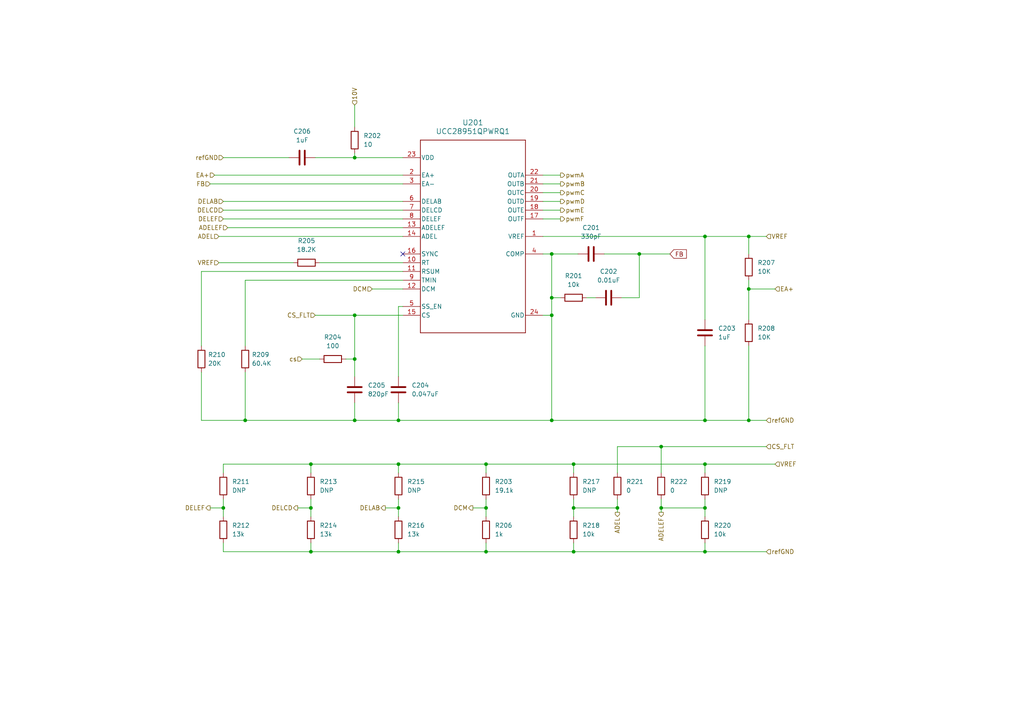
<source format=kicad_sch>
(kicad_sch (version 20231120) (generator "eeschema") (generator_version "8.0")
  (paper "A4")
  (lib_symbols
    (symbol "Device:C" (pin_numbers hide) (pin_names (offset 0.254))
      (property "Reference" "C" (at 0.635 2.54 0))
      (property "Value" "C" (at 0.635 -2.54 0))
      (symbol "C_0_1"
        (polyline (pts (xy -2.032 -0.762) (xy 2.032 -0.762)) (stroke (width 0.508)))
        (polyline (pts (xy -2.032 0.762) (xy 2.032 0.762)) (stroke (width 0.508)))
      )
      (symbol "C_1_1"
        (pin passive line (at 0 3.81 270) (length 2.794) (name "~") (number "1"))
        (pin passive line (at 0 -3.81 90) (length 2.794) (name "~") (number "2"))
      )
    )
    (symbol "Device:R" (pin_numbers hide) (pin_names (offset 0))
      (property "Reference" "R" (at 2.032 0 90))
      (property "Value" "R" (at 0 0 90))
      (symbol "R_0_1"
        (rectangle (start -1.016 -2.54) (end 1.016 2.54) (stroke (width 0.254)))
      )
      (symbol "R_1_1"
        (pin passive line (at 0 3.81 270) (length 1.27) (name "~") (number "1"))
        (pin passive line (at 0 -3.81 90) (length 1.27) (name "~") (number "2"))
      )
    )
    (symbol "UCC28951QPWRQ1:UCC28951QPWRQ1" (pin_names (offset 0.254))
      (property "Reference" "U" (at 0 2.54 0))
      (property "Value" "UCC28951QPWRQ1" (at 0 0 0))
      (symbol "UCC28951QPWRQ1_0_1"
        (polyline (pts (xy -15.24 -27.94) (xy 15.24 -27.94)) (stroke (width 0.2032)))
        (polyline (pts (xy -15.24 27.94) (xy -15.24 -27.94)) (stroke (width 0.2032)))
        (polyline (pts (xy 15.24 -27.94) (xy 15.24 27.94)) (stroke (width 0.2032)))
        (polyline (pts (xy 15.24 27.94) (xy -15.24 27.94)) (stroke (width 0.2032)))
        (pin output line (at 20.32 0 180) (length 5.08) (name "VREF") (number "1"))
        (pin input line (at -20.32 -7.62 0) (length 5.08) (name "RT") (number "10"))
        (pin input line (at -20.32 -10.16 0) (length 5.08) (name "RSUM") (number "11"))
        (pin input line (at -20.32 -15.24 0) (length 5.08) (name "DCM") (number "12"))
        (pin input line (at -20.32 2.54 0) (length 5.08) (name "ADELEF") (number "13"))
        (pin input line (at -20.32 0 0) (length 5.08) (name "ADEL") (number "14"))
        (pin input line (at -20.32 -22.86 0) (length 5.08) (name "CS") (number "15"))
        (pin bidirectional line (at -20.32 -5.08 0) (length 5.08) (name "SYNC") (number "16"))
        (pin output line (at 20.32 5.08 180) (length 5.08) (name "OUTF") (number "17"))
        (pin output line (at 20.32 7.62 180) (length 5.08) (name "OUTE") (number "18"))
        (pin output line (at 20.32 10.16 180) (length 5.08) (name "OUTD") (number "19"))
        (pin input line (at -20.32 17.78 0) (length 5.08) (name "EA+") (number "2"))
        (pin output line (at 20.32 12.7 180) (length 5.08) (name "OUTC") (number "20"))
        (pin output line (at 20.32 15.24 180) (length 5.08) (name "OUTB") (number "21"))
        (pin output line (at 20.32 17.78 180) (length 5.08) (name "OUTA") (number "22"))
        (pin power_in line (at -20.32 22.86 0) (length 5.08) (name "VDD") (number "23"))
        (pin power_in line (at 20.32 -22.86 180) (length 5.08) (name "GND") (number "24"))
        (pin input line (at -20.32 15.24 0) (length 5.08) (name "EA-") (number "3"))
        (pin bidirectional line (at 20.32 -5.08 180) (length 5.08) (name "COMP") (number "4"))
        (pin input line (at -20.32 -20.32 0) (length 5.08) (name "SS_EN") (number "5"))
        (pin input line (at -20.32 10.16 0) (length 5.08) (name "DELAB") (number "6"))
        (pin input line (at -20.32 7.62 0) (length 5.08) (name "DELCD") (number "7"))
        (pin input line (at -20.32 5.08 0) (length 5.08) (name "DELEF") (number "8"))
        (pin input line (at -20.32 -12.7 0) (length 5.08) (name "TMIN") (number "9"))
      )
    )
  )
  (junction (at 102.87 45.72))
  (junction (at 217.17 83.82))
  (junction (at 71.12 121.92))
  (junction (at 160.02 121.92))
  (junction (at 102.87 104.14))
  (junction (at 64.77 147.32))
  (junction (at 204.47 147.32))
  (junction (at 102.87 91.44))
  (junction (at 115.57 134.62))
  (junction (at 90.17 134.62))
  (junction (at 166.37 160.02))
  (junction (at 204.47 68.58))
  (junction (at 217.17 121.92))
  (junction (at 140.97 160.02))
  (junction (at 204.47 121.92))
  (junction (at 204.47 134.62))
  (junction (at 102.87 121.92))
  (junction (at 179.07 147.32))
  (junction (at 160.02 86.36))
  (junction (at 115.57 160.02))
  (junction (at 166.37 147.32))
  (junction (at 217.17 68.58))
  (junction (at 160.02 91.44))
  (junction (at 115.57 147.32))
  (junction (at 166.37 134.62))
  (junction (at 90.17 147.32))
  (junction (at 140.97 147.32))
  (junction (at 204.47 160.02))
  (junction (at 90.17 160.02))
  (junction (at 115.57 121.92))
  (junction (at 140.97 134.62))
  (junction (at 185.42 73.66))
  (junction (at 191.77 129.54))
  (junction (at 160.02 73.66))
  (junction (at 191.77 147.32))
  (no_connect (at 116.84 73.66))
  (wire (pts (xy 160.02 91.44) (xy 160.02 121.92)))
  (wire (pts (xy 102.87 30.48) (xy 102.87 36.83)))
  (wire (pts (xy 157.48 60.96) (xy 162.56 60.96)))
  (wire (pts (xy 217.17 83.82) (xy 224.79 83.82)))
  (wire (pts (xy 116.84 88.9) (xy 115.57 88.9)))
  (wire (pts (xy 137.16 147.32) (xy 140.97 147.32)))
  (wire (pts (xy 140.97 134.62) (xy 140.97 137.16)))
  (wire (pts (xy 160.02 73.66) (xy 160.02 86.36)))
  (wire (pts (xy 115.57 134.62) (xy 90.17 134.62)))
  (wire (pts (xy 191.77 147.32) (xy 204.47 147.32)))
  (wire (pts (xy 191.77 137.16) (xy 191.77 129.54)))
  (wire (pts (xy 102.87 104.14) (xy 102.87 91.44)))
  (wire (pts (xy 63.5 76.2) (xy 85.09 76.2)))
  (wire (pts (xy 140.97 134.62) (xy 115.57 134.62)))
  (wire (pts (xy 204.47 144.78) (xy 204.47 147.32)))
  (wire (pts (xy 204.47 160.02) (xy 222.25 160.02)))
  (wire (pts (xy 90.17 144.78) (xy 90.17 147.32)))
  (wire (pts (xy 91.44 45.72) (xy 102.87 45.72)))
  (wire (pts (xy 204.47 134.62) (xy 166.37 134.62)))
  (wire (pts (xy 204.47 137.16) (xy 204.47 134.62)))
  (wire (pts (xy 140.97 157.48) (xy 140.97 160.02)))
  (wire (pts (xy 157.48 50.8) (xy 162.56 50.8)))
  (wire (pts (xy 217.17 83.82) (xy 217.17 92.71)))
  (wire (pts (xy 60.96 53.34) (xy 116.84 53.34)))
  (wire (pts (xy 64.77 45.72) (xy 83.82 45.72)))
  (wire (pts (xy 111.76 147.32) (xy 115.57 147.32)))
  (wire (pts (xy 179.07 129.54) (xy 191.77 129.54)))
  (wire (pts (xy 64.77 160.02) (xy 64.77 157.48)))
  (wire (pts (xy 58.42 100.33) (xy 58.42 78.74)))
  (wire (pts (xy 140.97 160.02) (xy 115.57 160.02)))
  (wire (pts (xy 175.26 73.66) (xy 185.42 73.66)))
  (wire (pts (xy 102.87 116.84) (xy 102.87 121.92)))
  (wire (pts (xy 204.47 68.58) (xy 204.47 92.71)))
  (wire (pts (xy 160.02 91.44) (xy 157.48 91.44)))
  (wire (pts (xy 179.07 147.32) (xy 179.07 148.59)))
  (wire (pts (xy 92.71 76.2) (xy 116.84 76.2)))
  (wire (pts (xy 166.37 147.32) (xy 166.37 149.86)))
  (wire (pts (xy 204.47 121.92) (xy 217.17 121.92)))
  (wire (pts (xy 58.42 121.92) (xy 71.12 121.92)))
  (wire (pts (xy 102.87 45.72) (xy 116.84 45.72)))
  (wire (pts (xy 191.77 144.78) (xy 191.77 147.32)))
  (wire (pts (xy 204.47 147.32) (xy 204.47 149.86)))
  (wire (pts (xy 63.5 68.58) (xy 116.84 68.58)))
  (wire (pts (xy 102.87 91.44) (xy 116.84 91.44)))
  (wire (pts (xy 64.77 144.78) (xy 64.77 147.32)))
  (wire (pts (xy 157.48 63.5) (xy 162.56 63.5)))
  (wire (pts (xy 157.48 73.66) (xy 160.02 73.66)))
  (wire (pts (xy 90.17 134.62) (xy 64.77 134.62)))
  (wire (pts (xy 166.37 134.62) (xy 166.37 137.16)))
  (wire (pts (xy 86.36 147.32) (xy 90.17 147.32)))
  (wire (pts (xy 102.87 104.14) (xy 102.87 109.22)))
  (wire (pts (xy 115.57 116.84) (xy 115.57 121.92)))
  (wire (pts (xy 71.12 121.92) (xy 102.87 121.92)))
  (wire (pts (xy 166.37 134.62) (xy 140.97 134.62)))
  (wire (pts (xy 157.48 68.58) (xy 204.47 68.58)))
  (wire (pts (xy 204.47 121.92) (xy 160.02 121.92)))
  (wire (pts (xy 71.12 107.95) (xy 71.12 121.92)))
  (wire (pts (xy 185.42 73.66) (xy 194.31 73.66)))
  (wire (pts (xy 185.42 73.66) (xy 185.42 86.36)))
  (wire (pts (xy 115.57 147.32) (xy 115.57 149.86)))
  (wire (pts (xy 87.63 104.14) (xy 92.71 104.14)))
  (wire (pts (xy 160.02 86.36) (xy 160.02 91.44)))
  (wire (pts (xy 115.57 160.02) (xy 90.17 160.02)))
  (wire (pts (xy 107.95 83.82) (xy 116.84 83.82)))
  (wire (pts (xy 115.57 88.9) (xy 115.57 109.22)))
  (wire (pts (xy 58.42 78.74) (xy 116.84 78.74)))
  (wire (pts (xy 204.47 134.62) (xy 224.79 134.62)))
  (wire (pts (xy 191.77 147.32) (xy 191.77 148.59)))
  (wire (pts (xy 157.48 53.34) (xy 162.56 53.34)))
  (wire (pts (xy 166.37 160.02) (xy 140.97 160.02)))
  (wire (pts (xy 71.12 100.33) (xy 71.12 81.28)))
  (wire (pts (xy 115.57 144.78) (xy 115.57 147.32)))
  (wire (pts (xy 222.25 121.92) (xy 217.17 121.92)))
  (wire (pts (xy 160.02 73.66) (xy 167.64 73.66)))
  (wire (pts (xy 140.97 147.32) (xy 140.97 149.86)))
  (wire (pts (xy 62.23 50.8) (xy 116.84 50.8)))
  (wire (pts (xy 64.77 58.42) (xy 116.84 58.42)))
  (wire (pts (xy 90.17 160.02) (xy 64.77 160.02)))
  (wire (pts (xy 191.77 129.54) (xy 222.25 129.54)))
  (wire (pts (xy 157.48 58.42) (xy 162.56 58.42)))
  (wire (pts (xy 66.04 66.04) (xy 116.84 66.04)))
  (wire (pts (xy 115.57 157.48) (xy 115.57 160.02)))
  (wire (pts (xy 166.37 144.78) (xy 166.37 147.32)))
  (wire (pts (xy 217.17 73.66) (xy 217.17 68.58)))
  (wire (pts (xy 100.33 104.14) (xy 102.87 104.14)))
  (wire (pts (xy 90.17 157.48) (xy 90.17 160.02)))
  (wire (pts (xy 179.07 144.78) (xy 179.07 147.32)))
  (wire (pts (xy 60.96 147.32) (xy 64.77 147.32)))
  (wire (pts (xy 204.47 68.58) (xy 217.17 68.58)))
  (wire (pts (xy 58.42 107.95) (xy 58.42 121.92)))
  (wire (pts (xy 91.44 91.44) (xy 102.87 91.44)))
  (wire (pts (xy 115.57 121.92) (xy 160.02 121.92)))
  (wire (pts (xy 157.48 55.88) (xy 162.56 55.88)))
  (wire (pts (xy 217.17 68.58) (xy 222.25 68.58)))
  (wire (pts (xy 90.17 134.62) (xy 90.17 137.16)))
  (wire (pts (xy 90.17 147.32) (xy 90.17 149.86)))
  (wire (pts (xy 185.42 86.36) (xy 180.34 86.36)))
  (wire (pts (xy 71.12 81.28) (xy 116.84 81.28)))
  (wire (pts (xy 170.18 86.36) (xy 172.72 86.36)))
  (wire (pts (xy 166.37 157.48) (xy 166.37 160.02)))
  (wire (pts (xy 179.07 147.32) (xy 166.37 147.32)))
  (wire (pts (xy 179.07 137.16) (xy 179.07 129.54)))
  (wire (pts (xy 204.47 100.33) (xy 204.47 121.92)))
  (wire (pts (xy 64.77 147.32) (xy 64.77 149.86)))
  (wire (pts (xy 64.77 63.5) (xy 116.84 63.5)))
  (wire (pts (xy 102.87 44.45) (xy 102.87 45.72)))
  (wire (pts (xy 64.77 134.62) (xy 64.77 137.16)))
  (wire (pts (xy 64.77 60.96) (xy 116.84 60.96)))
  (wire (pts (xy 204.47 160.02) (xy 166.37 160.02)))
  (wire (pts (xy 115.57 134.62) (xy 115.57 137.16)))
  (wire (pts (xy 140.97 144.78) (xy 140.97 147.32)))
  (wire (pts (xy 217.17 81.28) (xy 217.17 83.82)))
  (wire (pts (xy 162.56 86.36) (xy 160.02 86.36)))
  (wire (pts (xy 102.87 121.92) (xy 115.57 121.92)))
  (wire (pts (xy 217.17 100.33) (xy 217.17 121.92)))
  (wire (pts (xy 204.47 157.48) (xy 204.47 160.02)))
  (global_label "FB" (shape input) (at 194.31 73.66 0) (property "Intersheetrefs" "${INTERSHEET_REFS}" (effects (hide yes))))
  (hierarchical_label "10V" (shape input) (at 102.87 30.48 90))
  (hierarchical_label "VREF" (shape input) (at 224.79 134.62 0))
  (hierarchical_label "DELEF" (shape input) (at 64.77 63.5 180))
  (hierarchical_label "DELCD" (shape input) (at 64.77 60.96 180))
  (hierarchical_label "EA+" (shape input) (at 62.23 50.8 180))
  (hierarchical_label "VREF" (shape input) (at 63.5 76.2 180))
  (hierarchical_label "EA+" (shape input) (at 224.79 83.82 0))
  (hierarchical_label "pwmF" (shape output) (at 162.56 63.5 0))
  (hierarchical_label "CS_FLT" (shape input) (at 91.44 91.44 180))
  (hierarchical_label "DELAB" (shape output) (at 111.76 147.32 180))
  (hierarchical_label "VREF" (shape input) (at 222.25 68.58 0))
  (hierarchical_label "pwmC" (shape output) (at 162.56 55.88 0))
  (hierarchical_label "ADEL" (shape output) (at 179.07 148.59 270))
  (hierarchical_label "ADELEF" (shape input) (at 66.04 66.04 180))
  (hierarchical_label "pwmA" (shape output) (at 162.56 50.8 0))
  (hierarchical_label "DELEF" (shape output) (at 60.96 147.32 180))
  (hierarchical_label "FB" (shape input) (at 60.96 53.34 180))
  (hierarchical_label "DCM" (shape input) (at 107.95 83.82 180))
  (hierarchical_label "cs" (shape input) (at 87.63 104.14 180))
  (hierarchical_label "ADELEF" (shape output) (at 191.77 148.59 270))
  (hierarchical_label "DCM" (shape output) (at 137.16 147.32 180))
  (hierarchical_label "refGND" (shape input) (at 222.25 160.02 0))
  (hierarchical_label "CS_FLT" (shape input) (at 222.25 129.54 0))
  (hierarchical_label "pwmB" (shape output) (at 162.56 53.34 0))
  (hierarchical_label "DELAB" (shape input) (at 64.77 58.42 180))
  (hierarchical_label "DELCD" (shape output) (at 86.36 147.32 180))
  (hierarchical_label "refGND" (shape input) (at 222.25 121.92 0))
  (hierarchical_label "ADEL" (shape input) (at 63.5 68.58 180))
  (hierarchical_label "refGND" (shape input) (at 64.77 45.72 180))
  (hierarchical_label "pwmE" (shape output) (at 162.56 60.96 0))
  (hierarchical_label "pwmD" (shape output) (at 162.56 58.42 0))
  (symbol (lib_id "Device:R") (at 191.77 140.97 180) (unit 1)
    (property "Reference" "R222" (at 194.31 139.6999 0) (effects (justify right)))
    (property "Value" "0" (at 194.31 142.2399 0) (effects (justify right)))
    (property "Footprint" "Resistor_SMD:R_0603_1608Metric" (effects (hide yes)))
    (property "Description" "Resistor" (effects (hide yes)))
  )
  (symbol (lib_id "Device:R") (at 71.12 104.14 0) (unit 1)
    (property "Reference" "R209" (at 73.025 102.8699 0) (effects (justify left)))
    (property "Value" "60.4K" (at 73.025 105.4099 0) (effects (justify left)))
    (property "Footprint" "Resistor_SMD:R_0603_1608Metric" (effects (hide yes)))
    (property "Description" "Resistor" (effects (hide yes)))
  )
  (symbol (lib_id "Device:C") (at 115.57 113.03 180) (unit 1)
    (property "Reference" "C204" (at 119.38 111.7599 0) (effects (justify right)))
    (property "Value" "0.047uF" (at 119.38 114.2999 0) (effects (justify right)))
    (property "Footprint" "Capacitor_SMD:C_0603_1608Metric" (effects (hide yes)))
    (property "Description" "Unpolarized capacitor" (effects (hide yes)))
  )
  (symbol (lib_id "Device:R") (at 166.37 140.97 180) (unit 1)
    (property "Reference" "R217" (at 168.91 139.6999 0) (effects (justify right)))
    (property "Value" "DNP" (at 168.91 142.2399 0) (effects (justify right)))
    (property "Footprint" "Resistor_SMD:R_0603_1608Metric" (effects (hide yes)))
    (property "Description" "Resistor" (effects (hide yes)))
  )
  (symbol (lib_id "Device:R") (at 204.47 140.97 180) (unit 1)
    (property "Reference" "R219" (at 207.01 139.6999 0) (effects (justify right)))
    (property "Value" "DNP" (at 207.01 142.2399 0) (effects (justify right)))
    (property "Footprint" "Resistor_SMD:R_0603_1608Metric" (effects (hide yes)))
    (property "Description" "Resistor" (effects (hide yes)))
  )
  (symbol (lib_id "Device:C") (at 171.45 73.66 90) (unit 1)
    (property "Reference" "C201" (at 171.45 66.04 90))
    (property "Value" "330pF" (at 171.45 68.58 90))
    (property "Footprint" "Capacitor_SMD:C_0603_1608Metric" (effects (hide yes)))
    (property "Description" "Unpolarized capacitor" (effects (hide yes)))
  )
  (symbol (lib_id "Device:C") (at 87.63 45.72 270) (unit 1)
    (property "Reference" "C206" (at 87.63 38.1 90))
    (property "Value" "1uF" (at 87.63 40.64 90))
    (property "Footprint" "Capacitor_SMD:C_0603_1608Metric" (effects (hide yes)))
    (property "Description" "Unpolarized capacitor" (effects (hide yes)))
  )
  (symbol (lib_id "Device:R") (at 64.77 153.67 180) (unit 1)
    (property "Reference" "R212" (at 67.31 152.3999 0) (effects (justify right)))
    (property "Value" "13k" (at 67.31 154.9399 0) (effects (justify right)))
    (property "Footprint" "Resistor_SMD:R_0603_1608Metric" (effects (hide yes)))
    (property "Description" "Resistor" (effects (hide yes)))
  )
  (symbol (lib_id "Device:R") (at 58.42 104.14 180) (unit 1)
    (property "Reference" "R210" (at 60.325 102.8699 0) (effects (justify right)))
    (property "Value" "20K" (at 60.325 105.4099 0) (effects (justify right)))
    (property "Footprint" "Resistor_SMD:R_0603_1608Metric" (effects (hide yes)))
    (property "Description" "Resistor" (effects (hide yes)))
  )
  (symbol (lib_id "Device:R") (at 140.97 153.67 180) (unit 1)
    (property "Reference" "R206" (at 143.51 152.3999 0) (effects (justify right)))
    (property "Value" "1k" (at 143.51 154.9399 0) (effects (justify right)))
    (property "Footprint" "Resistor_SMD:R_0603_1608Metric" (effects (hide yes)))
    (property "Description" "Resistor" (effects (hide yes)))
  )
  (symbol (lib_id "Device:R") (at 217.17 77.47 0) (unit 1)
    (property "Reference" "R207" (at 219.71 76.1999 0) (effects (justify left)))
    (property "Value" "10K" (at 219.71 78.7399 0) (effects (justify left)))
    (property "Footprint" "Resistor_SMD:R_0603_1608Metric" (effects (hide yes)))
    (property "Description" "Resistor" (effects (hide yes)))
  )
  (symbol (lib_id "Device:R") (at 102.87 40.64 0) (unit 1)
    (property "Reference" "R202" (at 105.41 39.3699 0) (effects (justify left)))
    (property "Value" "10" (at 105.41 41.9099 0) (effects (justify left)))
    (property "Footprint" "Resistor_SMD:R_0603_1608Metric" (effects (hide yes)))
    (property "Description" "Resistor" (effects (hide yes)))
  )
  (symbol (lib_id "Device:C") (at 102.87 113.03 180) (unit 1)
    (property "Reference" "C205" (at 106.68 111.7599 0) (effects (justify right)))
    (property "Value" "820pF" (at 106.68 114.2999 0) (effects (justify right)))
    (property "Footprint" "Capacitor_SMD:C_0603_1608Metric" (effects (hide yes)))
    (property "Description" "Unpolarized capacitor" (effects (hide yes)))
  )
  (symbol (lib_id "UCC28951QPWRQ1:UCC28951QPWRQ1") (at 137.16 68.58 0) (unit 1)
    (property "Reference" "U201" (at 137.16 35.56 0) (effects (font (size 1.524 1.524))))
    (property "Value" "UCC28951QPWRQ1" (at 137.16 38.1 0) (effects (font (size 1.524 1.524))))
    (property "Footprint" "UCC28950QPWRQ1:UCC28951QPWRQ1" (effects (hide yes)))
    (property "Datasheet" "UCC28951QPWRQ1" (effects (hide yes)))
    (property "Description" "Full-Bridge Regulator Positive Output DC-DC Controller IC 24-TSSOP" (effects (hide yes)))
  )
  (symbol (lib_id "Device:R") (at 166.37 153.67 180) (unit 1)
    (property "Reference" "R218" (at 168.91 152.3999 0) (effects (justify right)))
    (property "Value" "10k" (at 168.91 154.9399 0) (effects (justify right)))
    (property "Footprint" "Resistor_SMD:R_0603_1608Metric" (effects (hide yes)))
    (property "Description" "Resistor" (effects (hide yes)))
  )
  (symbol (lib_id "Device:R") (at 140.97 140.97 180) (unit 1)
    (property "Reference" "R203" (at 143.51 139.6999 0) (effects (justify right)))
    (property "Value" "19.1k" (at 143.51 142.2399 0) (effects (justify right)))
    (property "Footprint" "Resistor_SMD:R_0603_1608Metric" (effects (hide yes)))
    (property "Description" "Resistor" (effects (hide yes)))
  )
  (symbol (lib_id "Device:R") (at 179.07 140.97 180) (unit 1)
    (property "Reference" "R221" (at 181.61 139.6999 0) (effects (justify right)))
    (property "Value" "0" (at 181.61 142.2399 0) (effects (justify right)))
    (property "Footprint" "Resistor_SMD:R_0603_1608Metric" (effects (hide yes)))
    (property "Description" "Resistor" (effects (hide yes)))
  )
  (symbol (lib_id "Device:R") (at 88.9 76.2 90) (unit 1)
    (property "Reference" "R205" (at 88.9 69.85 90))
    (property "Value" "18.2K" (at 88.9 72.39 90))
    (property "Footprint" "Resistor_SMD:R_0603_1608Metric" (effects (hide yes)))
    (property "Description" "Resistor" (effects (hide yes)))
  )
  (symbol (lib_id "Device:R") (at 217.17 96.52 0) (unit 1)
    (property "Reference" "R208" (at 219.71 95.2499 0) (effects (justify left)))
    (property "Value" "10K" (at 219.71 97.7899 0) (effects (justify left)))
    (property "Footprint" "Resistor_SMD:R_0603_1608Metric" (effects (hide yes)))
    (property "Description" "Resistor" (effects (hide yes)))
  )
  (symbol (lib_id "Device:R") (at 90.17 140.97 180) (unit 1)
    (property "Reference" "R213" (at 92.71 139.6999 0) (effects (justify right)))
    (property "Value" "DNP" (at 92.71 142.2399 0) (effects (justify right)))
    (property "Footprint" "Resistor_SMD:R_0603_1608Metric" (effects (hide yes)))
    (property "Description" "Resistor" (effects (hide yes)))
  )
  (symbol (lib_id "Device:R") (at 115.57 153.67 180) (unit 1)
    (property "Reference" "R216" (at 118.11 152.3999 0) (effects (justify right)))
    (property "Value" "13k" (at 118.11 154.9399 0) (effects (justify right)))
    (property "Footprint" "Resistor_SMD:R_0603_1608Metric" (effects (hide yes)))
    (property "Description" "Resistor" (effects (hide yes)))
  )
  (symbol (lib_id "Device:R") (at 90.17 153.67 180) (unit 1)
    (property "Reference" "R214" (at 92.71 152.3999 0) (effects (justify right)))
    (property "Value" "13k" (at 92.71 154.9399 0) (effects (justify right)))
    (property "Footprint" "Resistor_SMD:R_0603_1608Metric" (effects (hide yes)))
    (property "Description" "Resistor" (effects (hide yes)))
  )
  (symbol (lib_id "Device:R") (at 204.47 153.67 180) (unit 1)
    (property "Reference" "R220" (at 207.01 152.3999 0) (effects (justify right)))
    (property "Value" "10k" (at 207.01 154.9399 0) (effects (justify right)))
    (property "Footprint" "Resistor_SMD:R_0603_1608Metric" (effects (hide yes)))
    (property "Description" "Resistor" (effects (hide yes)))
  )
  (symbol (lib_id "Device:R") (at 96.52 104.14 270) (unit 1)
    (property "Reference" "R204" (at 96.52 97.79 90))
    (property "Value" "100" (at 96.52 100.33 90))
    (property "Footprint" "Resistor_SMD:R_0603_1608Metric" (effects (hide yes)))
    (property "Description" "Resistor" (effects (hide yes)))
  )
  (symbol (lib_id "Device:C") (at 176.53 86.36 90) (unit 1)
    (property "Reference" "C202" (at 176.53 78.74 90))
    (property "Value" "0.01uF" (at 176.53 81.28 90))
    (property "Footprint" "Capacitor_SMD:C_0603_1608Metric" (effects (hide yes)))
    (property "Description" "Unpolarized capacitor" (effects (hide yes)))
  )
  (symbol (lib_id "Device:R") (at 166.37 86.36 90) (unit 1)
    (property "Reference" "R201" (at 166.37 80.01 90))
    (property "Value" "10k" (at 166.37 82.55 90))
    (property "Footprint" "Resistor_SMD:R_0603_1608Metric" (effects (hide yes)))
    (property "Description" "Resistor" (effects (hide yes)))
  )
  (symbol (lib_id "Device:R") (at 115.57 140.97 180) (unit 1)
    (property "Reference" "R215" (at 118.11 139.6999 0) (effects (justify right)))
    (property "Value" "DNP" (at 118.11 142.2399 0) (effects (justify right)))
    (property "Footprint" "Resistor_SMD:R_0603_1608Metric" (effects (hide yes)))
    (property "Description" "Resistor" (effects (hide yes)))
  )
  (symbol (lib_id "Device:C") (at 204.47 96.52 180) (unit 1)
    (property "Reference" "C203" (at 208.28 95.2499 0) (effects (justify right)))
    (property "Value" "1uF" (at 208.28 97.7899 0) (effects (justify right)))
    (property "Footprint" "Capacitor_SMD:C_0603_1608Metric" (effects (hide yes)))
    (property "Description" "Unpolarized capacitor" (effects (hide yes)))
  )
  (symbol (lib_id "Device:R") (at 64.77 140.97 180) (unit 1)
    (property "Reference" "R211" (at 67.31 139.6999 0) (effects (justify right)))
    (property "Value" "DNP" (at 67.31 142.2399 0) (effects (justify right)))
    (property "Footprint" "Resistor_SMD:R_0603_1608Metric" (effects (hide yes)))
    (property "Description" "Resistor" (effects (hide yes)))
  )
)
</source>
